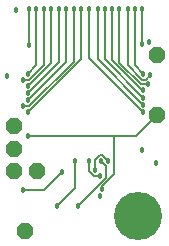
<source format=gbl>
G75*
%MOIN*%
%OFA0B0*%
%FSLAX24Y24*%
%IPPOS*%
%LPD*%
%AMOC8*
5,1,8,0,0,1.08239X$1,22.5*
%
%ADD10C,0.1600*%
%ADD11OC8,0.0520*%
%ADD12C,0.0050*%
%ADD13C,0.0180*%
D10*
X004880Y001445D03*
D11*
X001130Y000945D03*
X000755Y002945D03*
X000755Y003695D03*
X000755Y004445D03*
X001505Y002945D03*
X005505Y004820D03*
X005505Y006820D03*
D12*
X005295Y006155D02*
X005135Y005995D01*
X005015Y005995D01*
X004535Y006475D01*
X004535Y008355D01*
X004775Y008355D02*
X004775Y006475D01*
X005055Y006195D01*
X004975Y005835D02*
X005215Y005835D01*
X005055Y005635D02*
X005015Y005635D01*
X004015Y006635D01*
X004015Y008355D01*
X003775Y008355D02*
X003775Y006675D01*
X005055Y005395D01*
X005055Y005155D02*
X003535Y006675D01*
X003535Y008355D01*
X003255Y008355D02*
X003255Y006715D01*
X005055Y004915D01*
X005495Y004795D02*
X005505Y004820D01*
X005495Y004795D02*
X004815Y004115D01*
X004095Y004115D01*
X004095Y002835D01*
X003695Y002435D01*
X003695Y002355D01*
X003815Y002715D02*
X003815Y003115D01*
X003655Y003275D01*
X003455Y003315D02*
X003615Y003475D01*
X003695Y003475D01*
X003895Y003275D01*
X003615Y002795D02*
X003415Y002795D01*
X003255Y002955D01*
X003255Y003275D01*
X003455Y003315D02*
X003455Y002995D01*
X003815Y002715D02*
X002895Y001795D01*
X002775Y002395D02*
X002175Y001795D01*
X001735Y002315D02*
X002335Y002915D01*
X002775Y003275D02*
X002775Y002395D01*
X001735Y002315D02*
X001055Y002315D01*
X001215Y004115D02*
X004095Y004115D01*
X004975Y005835D02*
X004255Y006555D01*
X004255Y008355D01*
X005015Y008355D02*
X005015Y007195D01*
X002975Y006675D02*
X001215Y004915D01*
X001255Y005115D02*
X001055Y005115D01*
X001255Y005115D02*
X002735Y006595D01*
X002735Y008355D01*
X002495Y008355D02*
X002495Y006595D01*
X001215Y005315D01*
X001215Y005555D02*
X002255Y006595D01*
X002255Y008355D01*
X001975Y008355D02*
X001975Y006555D01*
X001215Y005795D01*
X001255Y005995D02*
X001055Y005995D01*
X001255Y005995D02*
X001735Y006475D01*
X001735Y008355D01*
X001495Y008355D02*
X001495Y006475D01*
X001215Y006195D01*
X001255Y007155D02*
X001255Y008355D01*
X002975Y008355D02*
X002975Y006675D01*
D13*
X002975Y008355D03*
X002735Y008355D03*
X002495Y008355D03*
X002255Y008355D03*
X001975Y008355D03*
X001735Y008355D03*
X001495Y008355D03*
X001255Y008355D03*
X000815Y008315D03*
X001255Y007155D03*
X001215Y006195D03*
X001055Y005995D03*
X001215Y005795D03*
X001215Y005555D03*
X001215Y005315D03*
X001055Y005115D03*
X001215Y004915D03*
X001215Y004115D03*
X002335Y002915D03*
X002775Y003275D03*
X003255Y003275D03*
X003455Y002995D03*
X003615Y002795D03*
X003695Y002355D03*
X003615Y002115D03*
X002895Y001795D03*
X002175Y001795D03*
X001055Y002315D03*
X000505Y006120D03*
X003255Y008355D03*
X003535Y008355D03*
X003775Y008355D03*
X004015Y008355D03*
X004255Y008355D03*
X004535Y008355D03*
X004775Y008355D03*
X005015Y008355D03*
X005255Y007235D03*
X005015Y007195D03*
X005055Y006195D03*
X005295Y006155D03*
X005215Y005835D03*
X005055Y005635D03*
X005055Y005395D03*
X005055Y005155D03*
X005055Y004915D03*
X005005Y003650D03*
X005485Y003210D03*
X003895Y003275D03*
X003655Y003275D03*
M02*

</source>
